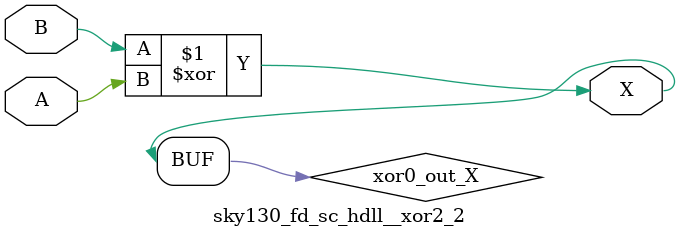
<source format=v>
/*
 * Copyright 2020 The SkyWater PDK Authors
 *
 * Licensed under the Apache License, Version 2.0 (the "License");
 * you may not use this file except in compliance with the License.
 * You may obtain a copy of the License at
 *
 *     https://www.apache.org/licenses/LICENSE-2.0
 *
 * Unless required by applicable law or agreed to in writing, software
 * distributed under the License is distributed on an "AS IS" BASIS,
 * WITHOUT WARRANTIES OR CONDITIONS OF ANY KIND, either express or implied.
 * See the License for the specific language governing permissions and
 * limitations under the License.
 *
 * SPDX-License-Identifier: Apache-2.0
*/


`ifndef SKY130_FD_SC_HDLL__XOR2_2_FUNCTIONAL_V
`define SKY130_FD_SC_HDLL__XOR2_2_FUNCTIONAL_V

/**
 * xor2: 2-input exclusive OR.
 *
 *       X = A ^ B
 *
 * Verilog simulation functional model.
 */

`timescale 1ns / 1ps
`default_nettype none

`celldefine
module sky130_fd_sc_hdll__xor2_2 (
    X,
    A,
    B
);

    // Module ports
    output X;
    input  A;
    input  B;

    // Local signals
    wire xor0_out_X;

    //  Name  Output      Other arguments
    xor xor0 (xor0_out_X, B, A           );
    buf buf0 (X         , xor0_out_X     );

endmodule
`endcelldefine

`default_nettype wire
`endif  // SKY130_FD_SC_HDLL__XOR2_2_FUNCTIONAL_V

</source>
